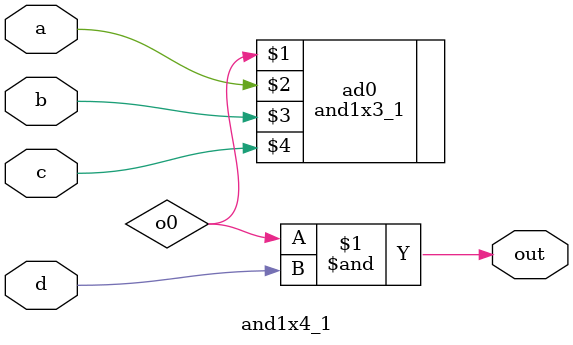
<source format=v>
module and1x4_1 (/*AUTOARG*/
   // Outputs
   out,
   // Inputs
   a, b, c, d
   ) ;
   input a, b, c, d;
   output out;
   wire   o0;

   and1x3_1 ad0(o0, a, b, c);
   and ad1(out, o0, d);

endmodule // and1x4_1

</source>
